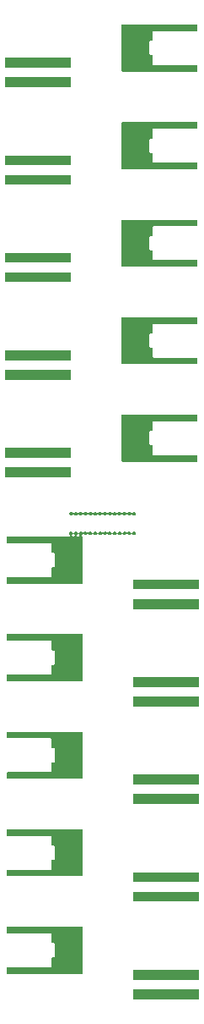
<source format=gbr>
G04 #@! TF.GenerationSoftware,KiCad,Pcbnew,(5.0.2)-1*
G04 #@! TF.CreationDate,2019-09-04T12:36:58-04:00*
G04 #@! TF.ProjectId,MMCX_2DD-100P_Both,4d4d4358-5f32-4444-942d-313030505f42,rev?*
G04 #@! TF.SameCoordinates,Original*
G04 #@! TF.FileFunction,Soldermask,Bot*
G04 #@! TF.FilePolarity,Negative*
%FSLAX46Y46*%
G04 Gerber Fmt 4.6, Leading zero omitted, Abs format (unit mm)*
G04 Created by KiCad (PCBNEW (5.0.2)-1) date 9/4/2019 12:36:58 PM*
%MOMM*%
%LPD*%
G01*
G04 APERTURE LIST*
%ADD10C,0.100000*%
G04 APERTURE END LIST*
D10*
G36*
X93661440Y-147300130D02*
X87082440Y-147300130D01*
X87082440Y-146314210D01*
X93661440Y-146314210D01*
X93661440Y-147300130D01*
X93661440Y-147300130D01*
G37*
G36*
X93661440Y-145348420D02*
X87082440Y-145348420D01*
X87082440Y-144362500D01*
X93661440Y-144362500D01*
X93661440Y-145348420D01*
X93661440Y-145348420D01*
G37*
G36*
X81933789Y-140065573D02*
X81943401Y-140068489D01*
X81952259Y-140073224D01*
X81960027Y-140079599D01*
X81966402Y-140087367D01*
X81971137Y-140096225D01*
X81974053Y-140105837D01*
X81975642Y-140121976D01*
X81975642Y-141634996D01*
X81974053Y-141651135D01*
X81972137Y-141657450D01*
X81967356Y-141681484D01*
X81967356Y-141705988D01*
X81972136Y-141730021D01*
X81974790Y-141736428D01*
X81974790Y-143094977D01*
X81969156Y-143113550D01*
X81966754Y-143137936D01*
X81969156Y-143162322D01*
X81972137Y-143174222D01*
X81974053Y-143180537D01*
X81975642Y-143196676D01*
X81975642Y-144709696D01*
X81974053Y-144725835D01*
X81971137Y-144735447D01*
X81966402Y-144744305D01*
X81960027Y-144752073D01*
X81952259Y-144758448D01*
X81943401Y-144763183D01*
X81933789Y-144766099D01*
X81917650Y-144767688D01*
X74429930Y-144767688D01*
X74413791Y-144766099D01*
X74404179Y-144763183D01*
X74395321Y-144758448D01*
X74387553Y-144752073D01*
X74381178Y-144744305D01*
X74376443Y-144735447D01*
X74373527Y-144725835D01*
X74371938Y-144709696D01*
X74371938Y-144171976D01*
X74373527Y-144155837D01*
X74376443Y-144146225D01*
X74381178Y-144137367D01*
X74387553Y-144129599D01*
X74395321Y-144123224D01*
X74404179Y-144118489D01*
X74413791Y-144115573D01*
X74429930Y-144113984D01*
X78746938Y-144113984D01*
X78771324Y-144111582D01*
X78794773Y-144104469D01*
X78816384Y-144092918D01*
X78835326Y-144077372D01*
X78850872Y-144058430D01*
X78862423Y-144036819D01*
X78869536Y-144013370D01*
X78871938Y-143988984D01*
X78871938Y-143196676D01*
X78873527Y-143180537D01*
X78876443Y-143170925D01*
X78881178Y-143162067D01*
X78887553Y-143154299D01*
X78895321Y-143147924D01*
X78904179Y-143143189D01*
X78913791Y-143140273D01*
X78929930Y-143138684D01*
X79052590Y-143138684D01*
X79076976Y-143136282D01*
X79100425Y-143129169D01*
X79122036Y-143117618D01*
X79140978Y-143102072D01*
X79156524Y-143083130D01*
X79168075Y-143061519D01*
X79175188Y-143038070D01*
X79177590Y-143013684D01*
X79177590Y-141817988D01*
X79175188Y-141793602D01*
X79168075Y-141770153D01*
X79156524Y-141748542D01*
X79140978Y-141729600D01*
X79122036Y-141714054D01*
X79100425Y-141702503D01*
X79076976Y-141695390D01*
X79052590Y-141692988D01*
X78929930Y-141692988D01*
X78913791Y-141691399D01*
X78904179Y-141688483D01*
X78895321Y-141683748D01*
X78887553Y-141677373D01*
X78881178Y-141669605D01*
X78876443Y-141660747D01*
X78873527Y-141651135D01*
X78871938Y-141634996D01*
X78871938Y-140842688D01*
X78869536Y-140818302D01*
X78862423Y-140794853D01*
X78850872Y-140773242D01*
X78835326Y-140754300D01*
X78816384Y-140738754D01*
X78794773Y-140727203D01*
X78771324Y-140720090D01*
X78746938Y-140717688D01*
X74429930Y-140717688D01*
X74413791Y-140716099D01*
X74404179Y-140713183D01*
X74395321Y-140708448D01*
X74387553Y-140702073D01*
X74381178Y-140694305D01*
X74376443Y-140685447D01*
X74373527Y-140675835D01*
X74371938Y-140659696D01*
X74371938Y-140121976D01*
X74373527Y-140105837D01*
X74376443Y-140096225D01*
X74381178Y-140087367D01*
X74387553Y-140079599D01*
X74395321Y-140073224D01*
X74404179Y-140068489D01*
X74413791Y-140065573D01*
X74429930Y-140063984D01*
X81917650Y-140063984D01*
X81933789Y-140065573D01*
X81933789Y-140065573D01*
G37*
G36*
X93661440Y-137541613D02*
X87082440Y-137541613D01*
X87082440Y-136555693D01*
X93661440Y-136555693D01*
X93661440Y-137541613D01*
X93661440Y-137541613D01*
G37*
G36*
X93661440Y-135589903D02*
X87082440Y-135589903D01*
X87082440Y-134603983D01*
X93661440Y-134603983D01*
X93661440Y-135589903D01*
X93661440Y-135589903D01*
G37*
G36*
X81933789Y-130307053D02*
X81943401Y-130309969D01*
X81952259Y-130314704D01*
X81960027Y-130321079D01*
X81966402Y-130328847D01*
X81971137Y-130337705D01*
X81974053Y-130347317D01*
X81975642Y-130363456D01*
X81975642Y-131876476D01*
X81974053Y-131892615D01*
X81972137Y-131898930D01*
X81967356Y-131922964D01*
X81967356Y-131947468D01*
X81972136Y-131971501D01*
X81974790Y-131977908D01*
X81974790Y-133336457D01*
X81969156Y-133355030D01*
X81966754Y-133379416D01*
X81969156Y-133403802D01*
X81972137Y-133415702D01*
X81974053Y-133422017D01*
X81975642Y-133438156D01*
X81975642Y-134951176D01*
X81974053Y-134967315D01*
X81971137Y-134976927D01*
X81966402Y-134985785D01*
X81960027Y-134993553D01*
X81952259Y-134999928D01*
X81943401Y-135004663D01*
X81933789Y-135007579D01*
X81917650Y-135009168D01*
X74429930Y-135009168D01*
X74413791Y-135007579D01*
X74404179Y-135004663D01*
X74395321Y-134999928D01*
X74387553Y-134993553D01*
X74381178Y-134985785D01*
X74376443Y-134976927D01*
X74373527Y-134967315D01*
X74371938Y-134951176D01*
X74371938Y-134413456D01*
X74373527Y-134397317D01*
X74376443Y-134387705D01*
X74381178Y-134378847D01*
X74387553Y-134371079D01*
X74395321Y-134364704D01*
X74404179Y-134359969D01*
X74413791Y-134357053D01*
X74429930Y-134355464D01*
X78746938Y-134355464D01*
X78771324Y-134353062D01*
X78794773Y-134345949D01*
X78816384Y-134334398D01*
X78835326Y-134318852D01*
X78850872Y-134299910D01*
X78862423Y-134278299D01*
X78869536Y-134254850D01*
X78871938Y-134230464D01*
X78871938Y-133438156D01*
X78873527Y-133422017D01*
X78876443Y-133412405D01*
X78881178Y-133403547D01*
X78887553Y-133395779D01*
X78895321Y-133389404D01*
X78904179Y-133384669D01*
X78913791Y-133381753D01*
X78929930Y-133380164D01*
X79052590Y-133380164D01*
X79076976Y-133377762D01*
X79100425Y-133370649D01*
X79122036Y-133359098D01*
X79140978Y-133343552D01*
X79156524Y-133324610D01*
X79168075Y-133302999D01*
X79175188Y-133279550D01*
X79177590Y-133255164D01*
X79177590Y-132059468D01*
X79175188Y-132035082D01*
X79168075Y-132011633D01*
X79156524Y-131990022D01*
X79140978Y-131971080D01*
X79122036Y-131955534D01*
X79100425Y-131943983D01*
X79076976Y-131936870D01*
X79052590Y-131934468D01*
X78929930Y-131934468D01*
X78913791Y-131932879D01*
X78904179Y-131929963D01*
X78895321Y-131925228D01*
X78887553Y-131918853D01*
X78881178Y-131911085D01*
X78876443Y-131902227D01*
X78873527Y-131892615D01*
X78871938Y-131876476D01*
X78871938Y-131084168D01*
X78869536Y-131059782D01*
X78862423Y-131036333D01*
X78850872Y-131014722D01*
X78835326Y-130995780D01*
X78816384Y-130980234D01*
X78794773Y-130968683D01*
X78771324Y-130961570D01*
X78746938Y-130959168D01*
X74429930Y-130959168D01*
X74413791Y-130957579D01*
X74404179Y-130954663D01*
X74395321Y-130949928D01*
X74387553Y-130943553D01*
X74381178Y-130935785D01*
X74376443Y-130926927D01*
X74373527Y-130917315D01*
X74371938Y-130901176D01*
X74371938Y-130363456D01*
X74373527Y-130347317D01*
X74376443Y-130337705D01*
X74381178Y-130328847D01*
X74387553Y-130321079D01*
X74395321Y-130314704D01*
X74404179Y-130309969D01*
X74413791Y-130307053D01*
X74429930Y-130305464D01*
X81917650Y-130305464D01*
X81933789Y-130307053D01*
X81933789Y-130307053D01*
G37*
G36*
X93661440Y-127783090D02*
X87082440Y-127783090D01*
X87082440Y-126797170D01*
X93661440Y-126797170D01*
X93661440Y-127783090D01*
X93661440Y-127783090D01*
G37*
G36*
X93661440Y-125831380D02*
X87082440Y-125831380D01*
X87082440Y-124845460D01*
X93661440Y-124845460D01*
X93661440Y-125831380D01*
X93661440Y-125831380D01*
G37*
G36*
X81933789Y-120548533D02*
X81943401Y-120551449D01*
X81952259Y-120556184D01*
X81960027Y-120562559D01*
X81966402Y-120570327D01*
X81971137Y-120579185D01*
X81974053Y-120588797D01*
X81975642Y-120604936D01*
X81975642Y-122117956D01*
X81974053Y-122134095D01*
X81972137Y-122140410D01*
X81967356Y-122164444D01*
X81967356Y-122188948D01*
X81972136Y-122212981D01*
X81974790Y-122219388D01*
X81974790Y-123577937D01*
X81969156Y-123596510D01*
X81966754Y-123620896D01*
X81969156Y-123645282D01*
X81972137Y-123657182D01*
X81974053Y-123663497D01*
X81975642Y-123679636D01*
X81975642Y-125192656D01*
X81974053Y-125208795D01*
X81971137Y-125218407D01*
X81966402Y-125227265D01*
X81960027Y-125235033D01*
X81952259Y-125241408D01*
X81943401Y-125246143D01*
X81933789Y-125249059D01*
X81917650Y-125250648D01*
X74429930Y-125250648D01*
X74413791Y-125249059D01*
X74404179Y-125246143D01*
X74395321Y-125241408D01*
X74387553Y-125235033D01*
X74381178Y-125227265D01*
X74376443Y-125218407D01*
X74373527Y-125208795D01*
X74371938Y-125192656D01*
X74371938Y-124654936D01*
X74373527Y-124638797D01*
X74376443Y-124629185D01*
X74381178Y-124620327D01*
X74387553Y-124612559D01*
X74395321Y-124606184D01*
X74404179Y-124601449D01*
X74413791Y-124598533D01*
X74429930Y-124596944D01*
X78746938Y-124596944D01*
X78771324Y-124594542D01*
X78794773Y-124587429D01*
X78816384Y-124575878D01*
X78835326Y-124560332D01*
X78850872Y-124541390D01*
X78862423Y-124519779D01*
X78869536Y-124496330D01*
X78871938Y-124471944D01*
X78871938Y-123679636D01*
X78873527Y-123663497D01*
X78876443Y-123653885D01*
X78881178Y-123645027D01*
X78887553Y-123637259D01*
X78895321Y-123630884D01*
X78904179Y-123626149D01*
X78913791Y-123623233D01*
X78929930Y-123621644D01*
X79052590Y-123621644D01*
X79076976Y-123619242D01*
X79100425Y-123612129D01*
X79122036Y-123600578D01*
X79140978Y-123585032D01*
X79156524Y-123566090D01*
X79168075Y-123544479D01*
X79175188Y-123521030D01*
X79177590Y-123496644D01*
X79177590Y-122300948D01*
X79175188Y-122276562D01*
X79168075Y-122253113D01*
X79156524Y-122231502D01*
X79140978Y-122212560D01*
X79122036Y-122197014D01*
X79100425Y-122185463D01*
X79076976Y-122178350D01*
X79052590Y-122175948D01*
X78929930Y-122175948D01*
X78913791Y-122174359D01*
X78904179Y-122171443D01*
X78895321Y-122166708D01*
X78887553Y-122160333D01*
X78881178Y-122152565D01*
X78876443Y-122143707D01*
X78873527Y-122134095D01*
X78871938Y-122117956D01*
X78871938Y-121325648D01*
X78869536Y-121301262D01*
X78862423Y-121277813D01*
X78850872Y-121256202D01*
X78835326Y-121237260D01*
X78816384Y-121221714D01*
X78794773Y-121210163D01*
X78771324Y-121203050D01*
X78746938Y-121200648D01*
X74429930Y-121200648D01*
X74413791Y-121199059D01*
X74404179Y-121196143D01*
X74395321Y-121191408D01*
X74387553Y-121185033D01*
X74381178Y-121177265D01*
X74376443Y-121168407D01*
X74373527Y-121158795D01*
X74371938Y-121142656D01*
X74371938Y-120604936D01*
X74373527Y-120588797D01*
X74376443Y-120579185D01*
X74381178Y-120570327D01*
X74387553Y-120562559D01*
X74395321Y-120556184D01*
X74404179Y-120551449D01*
X74413791Y-120548533D01*
X74429930Y-120546944D01*
X81917650Y-120546944D01*
X81933789Y-120548533D01*
X81933789Y-120548533D01*
G37*
G36*
X93661440Y-118024570D02*
X87082440Y-118024570D01*
X87082440Y-117038650D01*
X93661440Y-117038650D01*
X93661440Y-118024570D01*
X93661440Y-118024570D01*
G37*
G36*
X93661440Y-116072860D02*
X87082440Y-116072860D01*
X87082440Y-115086940D01*
X93661440Y-115086940D01*
X93661440Y-116072860D01*
X93661440Y-116072860D01*
G37*
G36*
X81933789Y-110790013D02*
X81943401Y-110792929D01*
X81952259Y-110797664D01*
X81960027Y-110804039D01*
X81966402Y-110811807D01*
X81971137Y-110820665D01*
X81974053Y-110830277D01*
X81975642Y-110846416D01*
X81975642Y-112359436D01*
X81974053Y-112375575D01*
X81972137Y-112381890D01*
X81967356Y-112405924D01*
X81967356Y-112430428D01*
X81972136Y-112454461D01*
X81974790Y-112460868D01*
X81974790Y-113819417D01*
X81969156Y-113837990D01*
X81966754Y-113862376D01*
X81969156Y-113886762D01*
X81972137Y-113898662D01*
X81974053Y-113904977D01*
X81975642Y-113921116D01*
X81975642Y-115434136D01*
X81974053Y-115450275D01*
X81971137Y-115459887D01*
X81966402Y-115468745D01*
X81960027Y-115476513D01*
X81952259Y-115482888D01*
X81943401Y-115487623D01*
X81933789Y-115490539D01*
X81917650Y-115492128D01*
X74429930Y-115492128D01*
X74413791Y-115490539D01*
X74404179Y-115487623D01*
X74395321Y-115482888D01*
X74387553Y-115476513D01*
X74381178Y-115468745D01*
X74376443Y-115459887D01*
X74373527Y-115450275D01*
X74371938Y-115434136D01*
X74371938Y-114896416D01*
X74373527Y-114880277D01*
X74376443Y-114870665D01*
X74381178Y-114861807D01*
X74387553Y-114854039D01*
X74395321Y-114847664D01*
X74404179Y-114842929D01*
X74413791Y-114840013D01*
X74429930Y-114838424D01*
X78746938Y-114838424D01*
X78771324Y-114836022D01*
X78794773Y-114828909D01*
X78816384Y-114817358D01*
X78835326Y-114801812D01*
X78850872Y-114782870D01*
X78862423Y-114761259D01*
X78869536Y-114737810D01*
X78871938Y-114713424D01*
X78871938Y-113921116D01*
X78873527Y-113904977D01*
X78876443Y-113895365D01*
X78881178Y-113886507D01*
X78887553Y-113878739D01*
X78895321Y-113872364D01*
X78904179Y-113867629D01*
X78913791Y-113864713D01*
X78929930Y-113863124D01*
X79052590Y-113863124D01*
X79076976Y-113860722D01*
X79100425Y-113853609D01*
X79122036Y-113842058D01*
X79140978Y-113826512D01*
X79156524Y-113807570D01*
X79168075Y-113785959D01*
X79175188Y-113762510D01*
X79177590Y-113738124D01*
X79177590Y-112542428D01*
X79175188Y-112518042D01*
X79168075Y-112494593D01*
X79156524Y-112472982D01*
X79140978Y-112454040D01*
X79122036Y-112438494D01*
X79100425Y-112426943D01*
X79076976Y-112419830D01*
X79052590Y-112417428D01*
X78929930Y-112417428D01*
X78913791Y-112415839D01*
X78904179Y-112412923D01*
X78895321Y-112408188D01*
X78887553Y-112401813D01*
X78881178Y-112394045D01*
X78876443Y-112385187D01*
X78873527Y-112375575D01*
X78871938Y-112359436D01*
X78871938Y-111567128D01*
X78869536Y-111542742D01*
X78862423Y-111519293D01*
X78850872Y-111497682D01*
X78835326Y-111478740D01*
X78816384Y-111463194D01*
X78794773Y-111451643D01*
X78771324Y-111444530D01*
X78746938Y-111442128D01*
X74429930Y-111442128D01*
X74413791Y-111440539D01*
X74404179Y-111437623D01*
X74395321Y-111432888D01*
X74387553Y-111426513D01*
X74381178Y-111418745D01*
X74376443Y-111409887D01*
X74373527Y-111400275D01*
X74371938Y-111384136D01*
X74371938Y-110846416D01*
X74373527Y-110830277D01*
X74376443Y-110820665D01*
X74381178Y-110811807D01*
X74387553Y-110804039D01*
X74395321Y-110797664D01*
X74404179Y-110792929D01*
X74413791Y-110790013D01*
X74429930Y-110788424D01*
X81917650Y-110788424D01*
X81933789Y-110790013D01*
X81933789Y-110790013D01*
G37*
G36*
X93661440Y-108266050D02*
X87082440Y-108266050D01*
X87082440Y-107280130D01*
X93661440Y-107280130D01*
X93661440Y-108266050D01*
X93661440Y-108266050D01*
G37*
G36*
X93661440Y-106314340D02*
X87082440Y-106314340D01*
X87082440Y-105328420D01*
X93661440Y-105328420D01*
X93661440Y-106314340D01*
X93661440Y-106314340D01*
G37*
G36*
X80856430Y-100537611D02*
X80856432Y-100537612D01*
X80856433Y-100537612D01*
X80863770Y-100540651D01*
X80888828Y-100551030D01*
X80917981Y-100570510D01*
X80942773Y-100595302D01*
X80944541Y-100597948D01*
X80960086Y-100616891D01*
X80979028Y-100632436D01*
X81000639Y-100643988D01*
X81024088Y-100651101D01*
X81048474Y-100653503D01*
X81072860Y-100651101D01*
X81096310Y-100643988D01*
X81117920Y-100632437D01*
X81136863Y-100616892D01*
X81152409Y-100597948D01*
X81154177Y-100595302D01*
X81178969Y-100570510D01*
X81208122Y-100551030D01*
X81233180Y-100540651D01*
X81240517Y-100537612D01*
X81240518Y-100537612D01*
X81240520Y-100537611D01*
X81274905Y-100530771D01*
X81309971Y-100530771D01*
X81344356Y-100537611D01*
X81344358Y-100537612D01*
X81344359Y-100537612D01*
X81351696Y-100540651D01*
X81376754Y-100551030D01*
X81405907Y-100570510D01*
X81430699Y-100595302D01*
X81432467Y-100597948D01*
X81448012Y-100616891D01*
X81466954Y-100632436D01*
X81488565Y-100643988D01*
X81512014Y-100651101D01*
X81536400Y-100653503D01*
X81560786Y-100651101D01*
X81584236Y-100643988D01*
X81605846Y-100632437D01*
X81624789Y-100616892D01*
X81640335Y-100597948D01*
X81642103Y-100595302D01*
X81666895Y-100570510D01*
X81696048Y-100551030D01*
X81721106Y-100540651D01*
X81728443Y-100537612D01*
X81728444Y-100537612D01*
X81728446Y-100537611D01*
X81762831Y-100530771D01*
X81797897Y-100530771D01*
X81832282Y-100537611D01*
X81832284Y-100537612D01*
X81832285Y-100537612D01*
X81839622Y-100540651D01*
X81864680Y-100551030D01*
X81893833Y-100570510D01*
X81918625Y-100595302D01*
X81920393Y-100597948D01*
X81935938Y-100616891D01*
X81954880Y-100632436D01*
X81976491Y-100643988D01*
X81999940Y-100651101D01*
X82024326Y-100653503D01*
X82048712Y-100651101D01*
X82072162Y-100643988D01*
X82093772Y-100632437D01*
X82112715Y-100616892D01*
X82128261Y-100597948D01*
X82130029Y-100595302D01*
X82154821Y-100570510D01*
X82183974Y-100551030D01*
X82209032Y-100540651D01*
X82216369Y-100537612D01*
X82216370Y-100537612D01*
X82216372Y-100537611D01*
X82250757Y-100530771D01*
X82285823Y-100530771D01*
X82320208Y-100537611D01*
X82320210Y-100537612D01*
X82320211Y-100537612D01*
X82327548Y-100540651D01*
X82352606Y-100551030D01*
X82381759Y-100570510D01*
X82406551Y-100595302D01*
X82408319Y-100597948D01*
X82423864Y-100616891D01*
X82442806Y-100632436D01*
X82464417Y-100643988D01*
X82487866Y-100651101D01*
X82512252Y-100653503D01*
X82536638Y-100651101D01*
X82560088Y-100643988D01*
X82581698Y-100632437D01*
X82600641Y-100616892D01*
X82616187Y-100597948D01*
X82617955Y-100595302D01*
X82642747Y-100570510D01*
X82671900Y-100551030D01*
X82696958Y-100540651D01*
X82704295Y-100537612D01*
X82704296Y-100537612D01*
X82704298Y-100537611D01*
X82738683Y-100530771D01*
X82773749Y-100530771D01*
X82808134Y-100537611D01*
X82808136Y-100537612D01*
X82808137Y-100537612D01*
X82815474Y-100540651D01*
X82840532Y-100551030D01*
X82869685Y-100570510D01*
X82894477Y-100595302D01*
X82896245Y-100597948D01*
X82911790Y-100616891D01*
X82930732Y-100632436D01*
X82952343Y-100643988D01*
X82975792Y-100651101D01*
X83000178Y-100653503D01*
X83024564Y-100651101D01*
X83048014Y-100643988D01*
X83069624Y-100632437D01*
X83088567Y-100616892D01*
X83104113Y-100597948D01*
X83105881Y-100595302D01*
X83130673Y-100570510D01*
X83159826Y-100551030D01*
X83184884Y-100540651D01*
X83192221Y-100537612D01*
X83192222Y-100537612D01*
X83192224Y-100537611D01*
X83226609Y-100530771D01*
X83261675Y-100530771D01*
X83296060Y-100537611D01*
X83296062Y-100537612D01*
X83296063Y-100537612D01*
X83303400Y-100540651D01*
X83328458Y-100551030D01*
X83357611Y-100570510D01*
X83382403Y-100595302D01*
X83384171Y-100597948D01*
X83399716Y-100616891D01*
X83418658Y-100632436D01*
X83440269Y-100643988D01*
X83463718Y-100651101D01*
X83488104Y-100653503D01*
X83512490Y-100651101D01*
X83535940Y-100643988D01*
X83557550Y-100632437D01*
X83576493Y-100616892D01*
X83592039Y-100597948D01*
X83593807Y-100595302D01*
X83618599Y-100570510D01*
X83647752Y-100551030D01*
X83672810Y-100540651D01*
X83680147Y-100537612D01*
X83680148Y-100537612D01*
X83680150Y-100537611D01*
X83714535Y-100530771D01*
X83749601Y-100530771D01*
X83783986Y-100537611D01*
X83783988Y-100537612D01*
X83783989Y-100537612D01*
X83791326Y-100540651D01*
X83816384Y-100551030D01*
X83845537Y-100570510D01*
X83870329Y-100595302D01*
X83872097Y-100597948D01*
X83887642Y-100616891D01*
X83906584Y-100632436D01*
X83928195Y-100643988D01*
X83951644Y-100651101D01*
X83976030Y-100653503D01*
X84000416Y-100651101D01*
X84023866Y-100643988D01*
X84045476Y-100632437D01*
X84064419Y-100616892D01*
X84079965Y-100597948D01*
X84081733Y-100595302D01*
X84106525Y-100570510D01*
X84135678Y-100551030D01*
X84160736Y-100540651D01*
X84168073Y-100537612D01*
X84168074Y-100537612D01*
X84168076Y-100537611D01*
X84202461Y-100530771D01*
X84237527Y-100530771D01*
X84271912Y-100537611D01*
X84271914Y-100537612D01*
X84271915Y-100537612D01*
X84279252Y-100540651D01*
X84304310Y-100551030D01*
X84333463Y-100570510D01*
X84358255Y-100595302D01*
X84360023Y-100597948D01*
X84375568Y-100616891D01*
X84394510Y-100632436D01*
X84416121Y-100643988D01*
X84439570Y-100651101D01*
X84463956Y-100653503D01*
X84488342Y-100651101D01*
X84511792Y-100643988D01*
X84533402Y-100632437D01*
X84552345Y-100616892D01*
X84567891Y-100597948D01*
X84569659Y-100595302D01*
X84594451Y-100570510D01*
X84623604Y-100551030D01*
X84648662Y-100540651D01*
X84655999Y-100537612D01*
X84656000Y-100537612D01*
X84656002Y-100537611D01*
X84690387Y-100530771D01*
X84725453Y-100530771D01*
X84759838Y-100537611D01*
X84759840Y-100537612D01*
X84759841Y-100537612D01*
X84767178Y-100540651D01*
X84792236Y-100551030D01*
X84821389Y-100570510D01*
X84846181Y-100595302D01*
X84847949Y-100597948D01*
X84863494Y-100616891D01*
X84882436Y-100632436D01*
X84904047Y-100643988D01*
X84927496Y-100651101D01*
X84951882Y-100653503D01*
X84976268Y-100651101D01*
X84999718Y-100643988D01*
X85021328Y-100632437D01*
X85040271Y-100616892D01*
X85055817Y-100597948D01*
X85057585Y-100595302D01*
X85082377Y-100570510D01*
X85111530Y-100551030D01*
X85136588Y-100540651D01*
X85143925Y-100537612D01*
X85143926Y-100537612D01*
X85143928Y-100537611D01*
X85178313Y-100530771D01*
X85213379Y-100530771D01*
X85247764Y-100537611D01*
X85247766Y-100537612D01*
X85247767Y-100537612D01*
X85255104Y-100540651D01*
X85280162Y-100551030D01*
X85309315Y-100570510D01*
X85334107Y-100595302D01*
X85335875Y-100597948D01*
X85351420Y-100616891D01*
X85370362Y-100632436D01*
X85391973Y-100643988D01*
X85415422Y-100651101D01*
X85439808Y-100653503D01*
X85464194Y-100651101D01*
X85487644Y-100643988D01*
X85509254Y-100632437D01*
X85528197Y-100616892D01*
X85543743Y-100597948D01*
X85545511Y-100595302D01*
X85570303Y-100570510D01*
X85599456Y-100551030D01*
X85624514Y-100540651D01*
X85631851Y-100537612D01*
X85631852Y-100537612D01*
X85631854Y-100537611D01*
X85666239Y-100530771D01*
X85701305Y-100530771D01*
X85735690Y-100537611D01*
X85735692Y-100537612D01*
X85735693Y-100537612D01*
X85743030Y-100540651D01*
X85768088Y-100551030D01*
X85797241Y-100570510D01*
X85822033Y-100595302D01*
X85823801Y-100597948D01*
X85839346Y-100616891D01*
X85858288Y-100632436D01*
X85879899Y-100643988D01*
X85903348Y-100651101D01*
X85927734Y-100653503D01*
X85952120Y-100651101D01*
X85975570Y-100643988D01*
X85997180Y-100632437D01*
X86016123Y-100616892D01*
X86031669Y-100597948D01*
X86033437Y-100595302D01*
X86058229Y-100570510D01*
X86087382Y-100551030D01*
X86112440Y-100540651D01*
X86119777Y-100537612D01*
X86119778Y-100537612D01*
X86119780Y-100537611D01*
X86154165Y-100530771D01*
X86189231Y-100530771D01*
X86223616Y-100537611D01*
X86223618Y-100537612D01*
X86223619Y-100537612D01*
X86230956Y-100540651D01*
X86256014Y-100551030D01*
X86285167Y-100570510D01*
X86309959Y-100595302D01*
X86311727Y-100597948D01*
X86327272Y-100616891D01*
X86346214Y-100632436D01*
X86367825Y-100643988D01*
X86391274Y-100651101D01*
X86415660Y-100653503D01*
X86440046Y-100651101D01*
X86463496Y-100643988D01*
X86485106Y-100632437D01*
X86504049Y-100616892D01*
X86519595Y-100597948D01*
X86521363Y-100595302D01*
X86546155Y-100570510D01*
X86575308Y-100551030D01*
X86600366Y-100540651D01*
X86607703Y-100537612D01*
X86607704Y-100537612D01*
X86607706Y-100537611D01*
X86642091Y-100530771D01*
X86677157Y-100530771D01*
X86711542Y-100537611D01*
X86711544Y-100537612D01*
X86711545Y-100537612D01*
X86718882Y-100540651D01*
X86743940Y-100551030D01*
X86773093Y-100570510D01*
X86797885Y-100595302D01*
X86799653Y-100597948D01*
X86815198Y-100616891D01*
X86834140Y-100632436D01*
X86855751Y-100643988D01*
X86879200Y-100651101D01*
X86903586Y-100653503D01*
X86927972Y-100651101D01*
X86951422Y-100643988D01*
X86973032Y-100632437D01*
X86991975Y-100616892D01*
X87007521Y-100597948D01*
X87009289Y-100595302D01*
X87034081Y-100570510D01*
X87063234Y-100551030D01*
X87088292Y-100540651D01*
X87095629Y-100537612D01*
X87095630Y-100537612D01*
X87095632Y-100537611D01*
X87130017Y-100530771D01*
X87165083Y-100530771D01*
X87199468Y-100537611D01*
X87199470Y-100537612D01*
X87199471Y-100537612D01*
X87206808Y-100540651D01*
X87231866Y-100551030D01*
X87261019Y-100570510D01*
X87285811Y-100595302D01*
X87305291Y-100624455D01*
X87308597Y-100632437D01*
X87318709Y-100656850D01*
X87325550Y-100691240D01*
X87325550Y-100726302D01*
X87318709Y-100760692D01*
X87316328Y-100766441D01*
X87305291Y-100793087D01*
X87285811Y-100822240D01*
X87261019Y-100847032D01*
X87231866Y-100866512D01*
X87206808Y-100876891D01*
X87199471Y-100879930D01*
X87199470Y-100879930D01*
X87199468Y-100879931D01*
X87165083Y-100886771D01*
X87130017Y-100886771D01*
X87095632Y-100879931D01*
X87095630Y-100879930D01*
X87095629Y-100879930D01*
X87088292Y-100876891D01*
X87063234Y-100866512D01*
X87034081Y-100847032D01*
X87009289Y-100822240D01*
X87007521Y-100819594D01*
X86991976Y-100800651D01*
X86973034Y-100785106D01*
X86951423Y-100773554D01*
X86927974Y-100766441D01*
X86903588Y-100764039D01*
X86879202Y-100766441D01*
X86855752Y-100773554D01*
X86834142Y-100785105D01*
X86815199Y-100800650D01*
X86799653Y-100819594D01*
X86797885Y-100822240D01*
X86773093Y-100847032D01*
X86743940Y-100866512D01*
X86718882Y-100876891D01*
X86711545Y-100879930D01*
X86711544Y-100879930D01*
X86711542Y-100879931D01*
X86677157Y-100886771D01*
X86642091Y-100886771D01*
X86607706Y-100879931D01*
X86607704Y-100879930D01*
X86607703Y-100879930D01*
X86600366Y-100876891D01*
X86575308Y-100866512D01*
X86546155Y-100847032D01*
X86521363Y-100822240D01*
X86519595Y-100819594D01*
X86504050Y-100800651D01*
X86485108Y-100785106D01*
X86463497Y-100773554D01*
X86440048Y-100766441D01*
X86415662Y-100764039D01*
X86391276Y-100766441D01*
X86367826Y-100773554D01*
X86346216Y-100785105D01*
X86327273Y-100800650D01*
X86311727Y-100819594D01*
X86309959Y-100822240D01*
X86285167Y-100847032D01*
X86256014Y-100866512D01*
X86230956Y-100876891D01*
X86223619Y-100879930D01*
X86223618Y-100879930D01*
X86223616Y-100879931D01*
X86189231Y-100886771D01*
X86154165Y-100886771D01*
X86119780Y-100879931D01*
X86119778Y-100879930D01*
X86119777Y-100879930D01*
X86112440Y-100876891D01*
X86087382Y-100866512D01*
X86058229Y-100847032D01*
X86033437Y-100822240D01*
X86031669Y-100819594D01*
X86016124Y-100800651D01*
X85997182Y-100785106D01*
X85975571Y-100773554D01*
X85952122Y-100766441D01*
X85927736Y-100764039D01*
X85903350Y-100766441D01*
X85879900Y-100773554D01*
X85858290Y-100785105D01*
X85839347Y-100800650D01*
X85823801Y-100819594D01*
X85822033Y-100822240D01*
X85797241Y-100847032D01*
X85768088Y-100866512D01*
X85743030Y-100876891D01*
X85735693Y-100879930D01*
X85735692Y-100879930D01*
X85735690Y-100879931D01*
X85701305Y-100886771D01*
X85666239Y-100886771D01*
X85631854Y-100879931D01*
X85631852Y-100879930D01*
X85631851Y-100879930D01*
X85624514Y-100876891D01*
X85599456Y-100866512D01*
X85570303Y-100847032D01*
X85545511Y-100822240D01*
X85543743Y-100819594D01*
X85528198Y-100800651D01*
X85509256Y-100785106D01*
X85487645Y-100773554D01*
X85464196Y-100766441D01*
X85439810Y-100764039D01*
X85415424Y-100766441D01*
X85391974Y-100773554D01*
X85370364Y-100785105D01*
X85351421Y-100800650D01*
X85335875Y-100819594D01*
X85334107Y-100822240D01*
X85309315Y-100847032D01*
X85280162Y-100866512D01*
X85255104Y-100876891D01*
X85247767Y-100879930D01*
X85247766Y-100879930D01*
X85247764Y-100879931D01*
X85213379Y-100886771D01*
X85178313Y-100886771D01*
X85143928Y-100879931D01*
X85143926Y-100879930D01*
X85143925Y-100879930D01*
X85136588Y-100876891D01*
X85111530Y-100866512D01*
X85082377Y-100847032D01*
X85057585Y-100822240D01*
X85055817Y-100819594D01*
X85040272Y-100800651D01*
X85021330Y-100785106D01*
X84999719Y-100773554D01*
X84976270Y-100766441D01*
X84951884Y-100764039D01*
X84927498Y-100766441D01*
X84904048Y-100773554D01*
X84882438Y-100785105D01*
X84863495Y-100800650D01*
X84847949Y-100819594D01*
X84846181Y-100822240D01*
X84821389Y-100847032D01*
X84792236Y-100866512D01*
X84767178Y-100876891D01*
X84759841Y-100879930D01*
X84759840Y-100879930D01*
X84759838Y-100879931D01*
X84725453Y-100886771D01*
X84690387Y-100886771D01*
X84656002Y-100879931D01*
X84656000Y-100879930D01*
X84655999Y-100879930D01*
X84648662Y-100876891D01*
X84623604Y-100866512D01*
X84594451Y-100847032D01*
X84569659Y-100822240D01*
X84567891Y-100819594D01*
X84552346Y-100800651D01*
X84533404Y-100785106D01*
X84511793Y-100773554D01*
X84488344Y-100766441D01*
X84463958Y-100764039D01*
X84439572Y-100766441D01*
X84416122Y-100773554D01*
X84394512Y-100785105D01*
X84375569Y-100800650D01*
X84360023Y-100819594D01*
X84358255Y-100822240D01*
X84333463Y-100847032D01*
X84304310Y-100866512D01*
X84279252Y-100876891D01*
X84271915Y-100879930D01*
X84271914Y-100879930D01*
X84271912Y-100879931D01*
X84237527Y-100886771D01*
X84202461Y-100886771D01*
X84168076Y-100879931D01*
X84168074Y-100879930D01*
X84168073Y-100879930D01*
X84160736Y-100876891D01*
X84135678Y-100866512D01*
X84106525Y-100847032D01*
X84081733Y-100822240D01*
X84079965Y-100819594D01*
X84064420Y-100800651D01*
X84045478Y-100785106D01*
X84023867Y-100773554D01*
X84000418Y-100766441D01*
X83976032Y-100764039D01*
X83951646Y-100766441D01*
X83928196Y-100773554D01*
X83906586Y-100785105D01*
X83887643Y-100800650D01*
X83872097Y-100819594D01*
X83870329Y-100822240D01*
X83845537Y-100847032D01*
X83816384Y-100866512D01*
X83791326Y-100876891D01*
X83783989Y-100879930D01*
X83783988Y-100879930D01*
X83783986Y-100879931D01*
X83749601Y-100886771D01*
X83714535Y-100886771D01*
X83680150Y-100879931D01*
X83680148Y-100879930D01*
X83680147Y-100879930D01*
X83672810Y-100876891D01*
X83647752Y-100866512D01*
X83618599Y-100847032D01*
X83593807Y-100822240D01*
X83592039Y-100819594D01*
X83576494Y-100800651D01*
X83557552Y-100785106D01*
X83535941Y-100773554D01*
X83512492Y-100766441D01*
X83488106Y-100764039D01*
X83463720Y-100766441D01*
X83440270Y-100773554D01*
X83418660Y-100785105D01*
X83399717Y-100800650D01*
X83384171Y-100819594D01*
X83382403Y-100822240D01*
X83357611Y-100847032D01*
X83328458Y-100866512D01*
X83303400Y-100876891D01*
X83296063Y-100879930D01*
X83296062Y-100879930D01*
X83296060Y-100879931D01*
X83261675Y-100886771D01*
X83226609Y-100886771D01*
X83192224Y-100879931D01*
X83192222Y-100879930D01*
X83192221Y-100879930D01*
X83184884Y-100876891D01*
X83159826Y-100866512D01*
X83130673Y-100847032D01*
X83105881Y-100822240D01*
X83104113Y-100819594D01*
X83088568Y-100800651D01*
X83069626Y-100785106D01*
X83048015Y-100773554D01*
X83024566Y-100766441D01*
X83000180Y-100764039D01*
X82975794Y-100766441D01*
X82952344Y-100773554D01*
X82930734Y-100785105D01*
X82911791Y-100800650D01*
X82896245Y-100819594D01*
X82894477Y-100822240D01*
X82869685Y-100847032D01*
X82840532Y-100866512D01*
X82815474Y-100876891D01*
X82808137Y-100879930D01*
X82808136Y-100879930D01*
X82808134Y-100879931D01*
X82773749Y-100886771D01*
X82738683Y-100886771D01*
X82704298Y-100879931D01*
X82704296Y-100879930D01*
X82704295Y-100879930D01*
X82696958Y-100876891D01*
X82671900Y-100866512D01*
X82642747Y-100847032D01*
X82617955Y-100822240D01*
X82616187Y-100819594D01*
X82600642Y-100800651D01*
X82581700Y-100785106D01*
X82560089Y-100773554D01*
X82536640Y-100766441D01*
X82512254Y-100764039D01*
X82487868Y-100766441D01*
X82464418Y-100773554D01*
X82442808Y-100785105D01*
X82423865Y-100800650D01*
X82408319Y-100819594D01*
X82406551Y-100822240D01*
X82381759Y-100847032D01*
X82352606Y-100866512D01*
X82327548Y-100876891D01*
X82320211Y-100879930D01*
X82320210Y-100879930D01*
X82320208Y-100879931D01*
X82285823Y-100886771D01*
X82250757Y-100886771D01*
X82216372Y-100879931D01*
X82216370Y-100879930D01*
X82216369Y-100879930D01*
X82209032Y-100876891D01*
X82183974Y-100866512D01*
X82154821Y-100847032D01*
X82130029Y-100822240D01*
X82128261Y-100819594D01*
X82112716Y-100800651D01*
X82093774Y-100785106D01*
X82072163Y-100773554D01*
X82048714Y-100766441D01*
X82024328Y-100764039D01*
X81999942Y-100766441D01*
X81976492Y-100773554D01*
X81954882Y-100785105D01*
X81935939Y-100800650D01*
X81920393Y-100819594D01*
X81918625Y-100822240D01*
X81908168Y-100832697D01*
X81892622Y-100851639D01*
X81881071Y-100873250D01*
X81873958Y-100896699D01*
X81871556Y-100921085D01*
X81873958Y-100945471D01*
X81881071Y-100968920D01*
X81892622Y-100990531D01*
X81908168Y-101009473D01*
X81937630Y-101031324D01*
X81952258Y-101039143D01*
X81960027Y-101045519D01*
X81966402Y-101053287D01*
X81971137Y-101062145D01*
X81974053Y-101071757D01*
X81975642Y-101087896D01*
X81975642Y-102600916D01*
X81974053Y-102617055D01*
X81972137Y-102623370D01*
X81967356Y-102647404D01*
X81967356Y-102671908D01*
X81972136Y-102695941D01*
X81974790Y-102702348D01*
X81974790Y-104060897D01*
X81969156Y-104079470D01*
X81966754Y-104103856D01*
X81969156Y-104128242D01*
X81972137Y-104140142D01*
X81974053Y-104146457D01*
X81975642Y-104162596D01*
X81975642Y-105675616D01*
X81974053Y-105691755D01*
X81971137Y-105701367D01*
X81966402Y-105710225D01*
X81960027Y-105717993D01*
X81952259Y-105724368D01*
X81943401Y-105729103D01*
X81933789Y-105732019D01*
X81917650Y-105733608D01*
X74429930Y-105733608D01*
X74413791Y-105732019D01*
X74404179Y-105729103D01*
X74395321Y-105724368D01*
X74387553Y-105717993D01*
X74381178Y-105710225D01*
X74376443Y-105701367D01*
X74373527Y-105691755D01*
X74371938Y-105675616D01*
X74371938Y-105137896D01*
X74373527Y-105121757D01*
X74376443Y-105112145D01*
X74381178Y-105103287D01*
X74387553Y-105095519D01*
X74395321Y-105089144D01*
X74404179Y-105084409D01*
X74413791Y-105081493D01*
X74429930Y-105079904D01*
X78746938Y-105079904D01*
X78771324Y-105077502D01*
X78794773Y-105070389D01*
X78816384Y-105058838D01*
X78835326Y-105043292D01*
X78850872Y-105024350D01*
X78862423Y-105002739D01*
X78869536Y-104979290D01*
X78871938Y-104954904D01*
X78871938Y-104162596D01*
X78873527Y-104146457D01*
X78876443Y-104136845D01*
X78881178Y-104127987D01*
X78887553Y-104120219D01*
X78895321Y-104113844D01*
X78904179Y-104109109D01*
X78913791Y-104106193D01*
X78929930Y-104104604D01*
X79052590Y-104104604D01*
X79076976Y-104102202D01*
X79100425Y-104095089D01*
X79122036Y-104083538D01*
X79140978Y-104067992D01*
X79156524Y-104049050D01*
X79168075Y-104027439D01*
X79175188Y-104003990D01*
X79177590Y-103979604D01*
X79177590Y-102783908D01*
X79175188Y-102759522D01*
X79168075Y-102736073D01*
X79156524Y-102714462D01*
X79140978Y-102695520D01*
X79122036Y-102679974D01*
X79100425Y-102668423D01*
X79076976Y-102661310D01*
X79052590Y-102658908D01*
X78929930Y-102658908D01*
X78913791Y-102657319D01*
X78904179Y-102654403D01*
X78895321Y-102649668D01*
X78887553Y-102643293D01*
X78881178Y-102635525D01*
X78876443Y-102626667D01*
X78873527Y-102617055D01*
X78871938Y-102600916D01*
X78871938Y-101808608D01*
X78869536Y-101784222D01*
X78862423Y-101760773D01*
X78850872Y-101739162D01*
X78835326Y-101720220D01*
X78816384Y-101704674D01*
X78794773Y-101693123D01*
X78771324Y-101686010D01*
X78746938Y-101683608D01*
X74429930Y-101683608D01*
X74413791Y-101682019D01*
X74404179Y-101679103D01*
X74395321Y-101674368D01*
X74387553Y-101667993D01*
X74381178Y-101660225D01*
X74376443Y-101651367D01*
X74373527Y-101641755D01*
X74371938Y-101625616D01*
X74371938Y-101087896D01*
X74373527Y-101071757D01*
X74376443Y-101062145D01*
X74381178Y-101053287D01*
X74387553Y-101045519D01*
X74395321Y-101039144D01*
X74404179Y-101034409D01*
X74413791Y-101031493D01*
X74429930Y-101029904D01*
X80572139Y-101029904D01*
X80596525Y-101027502D01*
X80619974Y-101020389D01*
X80641585Y-101008838D01*
X80660527Y-100993292D01*
X80676073Y-100974350D01*
X80687624Y-100952739D01*
X80694737Y-100929290D01*
X80697139Y-100904904D01*
X80911885Y-100904904D01*
X80914287Y-100929290D01*
X80921400Y-100952739D01*
X80932951Y-100974350D01*
X80948497Y-100993292D01*
X80967439Y-101008838D01*
X80989050Y-101020389D01*
X81012499Y-101027502D01*
X81036885Y-101029904D01*
X81060065Y-101029904D01*
X81084451Y-101027502D01*
X81107900Y-101020389D01*
X81129511Y-101008838D01*
X81148453Y-100993292D01*
X81163999Y-100974350D01*
X81175550Y-100952739D01*
X81182663Y-100929290D01*
X81185065Y-100904904D01*
X81399811Y-100904904D01*
X81402213Y-100929290D01*
X81409326Y-100952739D01*
X81420877Y-100974350D01*
X81436423Y-100993292D01*
X81455365Y-101008838D01*
X81476976Y-101020389D01*
X81500425Y-101027502D01*
X81524811Y-101029904D01*
X81547991Y-101029904D01*
X81572377Y-101027502D01*
X81595826Y-101020389D01*
X81617437Y-101008838D01*
X81636379Y-100993292D01*
X81651925Y-100974350D01*
X81663476Y-100952739D01*
X81670589Y-100929290D01*
X81672991Y-100904904D01*
X81670589Y-100880518D01*
X81663476Y-100857069D01*
X81651925Y-100835458D01*
X81646598Y-100828967D01*
X81640335Y-100819594D01*
X81624790Y-100800651D01*
X81605848Y-100785106D01*
X81584237Y-100773554D01*
X81560788Y-100766441D01*
X81536402Y-100764039D01*
X81512016Y-100766441D01*
X81488566Y-100773554D01*
X81466956Y-100785105D01*
X81448013Y-100800650D01*
X81432467Y-100819594D01*
X81426204Y-100828967D01*
X81420877Y-100835458D01*
X81409326Y-100857069D01*
X81402213Y-100880518D01*
X81399811Y-100904904D01*
X81185065Y-100904904D01*
X81182663Y-100880518D01*
X81175550Y-100857069D01*
X81163999Y-100835458D01*
X81158672Y-100828967D01*
X81152409Y-100819594D01*
X81136864Y-100800651D01*
X81117922Y-100785106D01*
X81096311Y-100773554D01*
X81072862Y-100766441D01*
X81048476Y-100764039D01*
X81024090Y-100766441D01*
X81000640Y-100773554D01*
X80979030Y-100785105D01*
X80960087Y-100800650D01*
X80944541Y-100819594D01*
X80938278Y-100828967D01*
X80932951Y-100835458D01*
X80921400Y-100857069D01*
X80914287Y-100880518D01*
X80911885Y-100904904D01*
X80697139Y-100904904D01*
X80694737Y-100880518D01*
X80687624Y-100857069D01*
X80676073Y-100835458D01*
X80670747Y-100828969D01*
X80646771Y-100793087D01*
X80635734Y-100766441D01*
X80633353Y-100760692D01*
X80626512Y-100726302D01*
X80626512Y-100691240D01*
X80633353Y-100656850D01*
X80643465Y-100632437D01*
X80646771Y-100624455D01*
X80666251Y-100595302D01*
X80691043Y-100570510D01*
X80720196Y-100551030D01*
X80745254Y-100540651D01*
X80752591Y-100537612D01*
X80752592Y-100537612D01*
X80752594Y-100537611D01*
X80786979Y-100530771D01*
X80822045Y-100530771D01*
X80856430Y-100537611D01*
X80856430Y-100537611D01*
G37*
G36*
X80856430Y-98569365D02*
X80856432Y-98569366D01*
X80856433Y-98569366D01*
X80863770Y-98572405D01*
X80888828Y-98582784D01*
X80917981Y-98602264D01*
X80942773Y-98627056D01*
X80944541Y-98629702D01*
X80960086Y-98648645D01*
X80979028Y-98664190D01*
X81000639Y-98675742D01*
X81024088Y-98682855D01*
X81048474Y-98685257D01*
X81072860Y-98682855D01*
X81096310Y-98675742D01*
X81117920Y-98664191D01*
X81136863Y-98648646D01*
X81152409Y-98629702D01*
X81154177Y-98627056D01*
X81178969Y-98602264D01*
X81208122Y-98582784D01*
X81233180Y-98572405D01*
X81240517Y-98569366D01*
X81240518Y-98569366D01*
X81240520Y-98569365D01*
X81274905Y-98562525D01*
X81309971Y-98562525D01*
X81344356Y-98569365D01*
X81344358Y-98569366D01*
X81344359Y-98569366D01*
X81351696Y-98572405D01*
X81376754Y-98582784D01*
X81405907Y-98602264D01*
X81430699Y-98627056D01*
X81432467Y-98629702D01*
X81448012Y-98648645D01*
X81466954Y-98664190D01*
X81488565Y-98675742D01*
X81512014Y-98682855D01*
X81536400Y-98685257D01*
X81560786Y-98682855D01*
X81584236Y-98675742D01*
X81605846Y-98664191D01*
X81624789Y-98648646D01*
X81640335Y-98629702D01*
X81642103Y-98627056D01*
X81666895Y-98602264D01*
X81696048Y-98582784D01*
X81721106Y-98572405D01*
X81728443Y-98569366D01*
X81728444Y-98569366D01*
X81728446Y-98569365D01*
X81762831Y-98562525D01*
X81797897Y-98562525D01*
X81832282Y-98569365D01*
X81832284Y-98569366D01*
X81832285Y-98569366D01*
X81839622Y-98572405D01*
X81864680Y-98582784D01*
X81893833Y-98602264D01*
X81918625Y-98627056D01*
X81920393Y-98629702D01*
X81935938Y-98648645D01*
X81954880Y-98664190D01*
X81976491Y-98675742D01*
X81999940Y-98682855D01*
X82024326Y-98685257D01*
X82048712Y-98682855D01*
X82072162Y-98675742D01*
X82093772Y-98664191D01*
X82112715Y-98648646D01*
X82128261Y-98629702D01*
X82130029Y-98627056D01*
X82154821Y-98602264D01*
X82183974Y-98582784D01*
X82209032Y-98572405D01*
X82216369Y-98569366D01*
X82216370Y-98569366D01*
X82216372Y-98569365D01*
X82250757Y-98562525D01*
X82285823Y-98562525D01*
X82320208Y-98569365D01*
X82320210Y-98569366D01*
X82320211Y-98569366D01*
X82327548Y-98572405D01*
X82352606Y-98582784D01*
X82381759Y-98602264D01*
X82406551Y-98627056D01*
X82408319Y-98629702D01*
X82423864Y-98648645D01*
X82442806Y-98664190D01*
X82464417Y-98675742D01*
X82487866Y-98682855D01*
X82512252Y-98685257D01*
X82536638Y-98682855D01*
X82560088Y-98675742D01*
X82581698Y-98664191D01*
X82600641Y-98648646D01*
X82616187Y-98629702D01*
X82617955Y-98627056D01*
X82642747Y-98602264D01*
X82671900Y-98582784D01*
X82696958Y-98572405D01*
X82704295Y-98569366D01*
X82704296Y-98569366D01*
X82704298Y-98569365D01*
X82738683Y-98562525D01*
X82773749Y-98562525D01*
X82808134Y-98569365D01*
X82808136Y-98569366D01*
X82808137Y-98569366D01*
X82815474Y-98572405D01*
X82840532Y-98582784D01*
X82869685Y-98602264D01*
X82894477Y-98627056D01*
X82896245Y-98629702D01*
X82911790Y-98648645D01*
X82930732Y-98664190D01*
X82952343Y-98675742D01*
X82975792Y-98682855D01*
X83000178Y-98685257D01*
X83024564Y-98682855D01*
X83048014Y-98675742D01*
X83069624Y-98664191D01*
X83088567Y-98648646D01*
X83104113Y-98629702D01*
X83105881Y-98627056D01*
X83130673Y-98602264D01*
X83159826Y-98582784D01*
X83184884Y-98572405D01*
X83192221Y-98569366D01*
X83192222Y-98569366D01*
X83192224Y-98569365D01*
X83226609Y-98562525D01*
X83261675Y-98562525D01*
X83296060Y-98569365D01*
X83296062Y-98569366D01*
X83296063Y-98569366D01*
X83303400Y-98572405D01*
X83328458Y-98582784D01*
X83357611Y-98602264D01*
X83382403Y-98627056D01*
X83384171Y-98629702D01*
X83399716Y-98648645D01*
X83418658Y-98664190D01*
X83440269Y-98675742D01*
X83463718Y-98682855D01*
X83488104Y-98685257D01*
X83512490Y-98682855D01*
X83535940Y-98675742D01*
X83557550Y-98664191D01*
X83576493Y-98648646D01*
X83592039Y-98629702D01*
X83593807Y-98627056D01*
X83618599Y-98602264D01*
X83647752Y-98582784D01*
X83672810Y-98572405D01*
X83680147Y-98569366D01*
X83680148Y-98569366D01*
X83680150Y-98569365D01*
X83714535Y-98562525D01*
X83749601Y-98562525D01*
X83783986Y-98569365D01*
X83783988Y-98569366D01*
X83783989Y-98569366D01*
X83791326Y-98572405D01*
X83816384Y-98582784D01*
X83845537Y-98602264D01*
X83870329Y-98627056D01*
X83872097Y-98629702D01*
X83887642Y-98648645D01*
X83906584Y-98664190D01*
X83928195Y-98675742D01*
X83951644Y-98682855D01*
X83976030Y-98685257D01*
X84000416Y-98682855D01*
X84023866Y-98675742D01*
X84045476Y-98664191D01*
X84064419Y-98648646D01*
X84079965Y-98629702D01*
X84081733Y-98627056D01*
X84106525Y-98602264D01*
X84135678Y-98582784D01*
X84160736Y-98572405D01*
X84168073Y-98569366D01*
X84168074Y-98569366D01*
X84168076Y-98569365D01*
X84202461Y-98562525D01*
X84237527Y-98562525D01*
X84271912Y-98569365D01*
X84271914Y-98569366D01*
X84271915Y-98569366D01*
X84279252Y-98572405D01*
X84304310Y-98582784D01*
X84333463Y-98602264D01*
X84358255Y-98627056D01*
X84360023Y-98629702D01*
X84375568Y-98648645D01*
X84394510Y-98664190D01*
X84416121Y-98675742D01*
X84439570Y-98682855D01*
X84463956Y-98685257D01*
X84488342Y-98682855D01*
X84511792Y-98675742D01*
X84533402Y-98664191D01*
X84552345Y-98648646D01*
X84567891Y-98629702D01*
X84569659Y-98627056D01*
X84594451Y-98602264D01*
X84623604Y-98582784D01*
X84648662Y-98572405D01*
X84655999Y-98569366D01*
X84656000Y-98569366D01*
X84656002Y-98569365D01*
X84690387Y-98562525D01*
X84725453Y-98562525D01*
X84759838Y-98569365D01*
X84759840Y-98569366D01*
X84759841Y-98569366D01*
X84767178Y-98572405D01*
X84792236Y-98582784D01*
X84821389Y-98602264D01*
X84846181Y-98627056D01*
X84847949Y-98629702D01*
X84863494Y-98648645D01*
X84882436Y-98664190D01*
X84904047Y-98675742D01*
X84927496Y-98682855D01*
X84951882Y-98685257D01*
X84976268Y-98682855D01*
X84999718Y-98675742D01*
X85021328Y-98664191D01*
X85040271Y-98648646D01*
X85055817Y-98629702D01*
X85057585Y-98627056D01*
X85082377Y-98602264D01*
X85111530Y-98582784D01*
X85136588Y-98572405D01*
X85143925Y-98569366D01*
X85143926Y-98569366D01*
X85143928Y-98569365D01*
X85178313Y-98562525D01*
X85213379Y-98562525D01*
X85247764Y-98569365D01*
X85247766Y-98569366D01*
X85247767Y-98569366D01*
X85255104Y-98572405D01*
X85280162Y-98582784D01*
X85309315Y-98602264D01*
X85334107Y-98627056D01*
X85335875Y-98629702D01*
X85351420Y-98648645D01*
X85370362Y-98664190D01*
X85391973Y-98675742D01*
X85415422Y-98682855D01*
X85439808Y-98685257D01*
X85464194Y-98682855D01*
X85487644Y-98675742D01*
X85509254Y-98664191D01*
X85528197Y-98648646D01*
X85543743Y-98629702D01*
X85545511Y-98627056D01*
X85570303Y-98602264D01*
X85599456Y-98582784D01*
X85624514Y-98572405D01*
X85631851Y-98569366D01*
X85631852Y-98569366D01*
X85631854Y-98569365D01*
X85666239Y-98562525D01*
X85701305Y-98562525D01*
X85735690Y-98569365D01*
X85735692Y-98569366D01*
X85735693Y-98569366D01*
X85743030Y-98572405D01*
X85768088Y-98582784D01*
X85797241Y-98602264D01*
X85822033Y-98627056D01*
X85823801Y-98629702D01*
X85839346Y-98648645D01*
X85858288Y-98664190D01*
X85879899Y-98675742D01*
X85903348Y-98682855D01*
X85927734Y-98685257D01*
X85952120Y-98682855D01*
X85975570Y-98675742D01*
X85997180Y-98664191D01*
X86016123Y-98648646D01*
X86031669Y-98629702D01*
X86033437Y-98627056D01*
X86058229Y-98602264D01*
X86087382Y-98582784D01*
X86112440Y-98572405D01*
X86119777Y-98569366D01*
X86119778Y-98569366D01*
X86119780Y-98569365D01*
X86154165Y-98562525D01*
X86189231Y-98562525D01*
X86223616Y-98569365D01*
X86223618Y-98569366D01*
X86223619Y-98569366D01*
X86230956Y-98572405D01*
X86256014Y-98582784D01*
X86285167Y-98602264D01*
X86309959Y-98627056D01*
X86311727Y-98629702D01*
X86327272Y-98648645D01*
X86346214Y-98664190D01*
X86367825Y-98675742D01*
X86391274Y-98682855D01*
X86415660Y-98685257D01*
X86440046Y-98682855D01*
X86463496Y-98675742D01*
X86485106Y-98664191D01*
X86504049Y-98648646D01*
X86519595Y-98629702D01*
X86521363Y-98627056D01*
X86546155Y-98602264D01*
X86575308Y-98582784D01*
X86600366Y-98572405D01*
X86607703Y-98569366D01*
X86607704Y-98569366D01*
X86607706Y-98569365D01*
X86642091Y-98562525D01*
X86677157Y-98562525D01*
X86711542Y-98569365D01*
X86711544Y-98569366D01*
X86711545Y-98569366D01*
X86718882Y-98572405D01*
X86743940Y-98582784D01*
X86773093Y-98602264D01*
X86797885Y-98627056D01*
X86799653Y-98629702D01*
X86815198Y-98648645D01*
X86834140Y-98664190D01*
X86855751Y-98675742D01*
X86879200Y-98682855D01*
X86903586Y-98685257D01*
X86927972Y-98682855D01*
X86951422Y-98675742D01*
X86973032Y-98664191D01*
X86991975Y-98648646D01*
X87007521Y-98629702D01*
X87009289Y-98627056D01*
X87034081Y-98602264D01*
X87063234Y-98582784D01*
X87088292Y-98572405D01*
X87095629Y-98569366D01*
X87095630Y-98569366D01*
X87095632Y-98569365D01*
X87130017Y-98562525D01*
X87165083Y-98562525D01*
X87199468Y-98569365D01*
X87199470Y-98569366D01*
X87199471Y-98569366D01*
X87206808Y-98572405D01*
X87231866Y-98582784D01*
X87261019Y-98602264D01*
X87285811Y-98627056D01*
X87305291Y-98656209D01*
X87308597Y-98664191D01*
X87318709Y-98688604D01*
X87325550Y-98722994D01*
X87325550Y-98758056D01*
X87318709Y-98792446D01*
X87316328Y-98798195D01*
X87305291Y-98824841D01*
X87285811Y-98853994D01*
X87261019Y-98878786D01*
X87231866Y-98898266D01*
X87206808Y-98908645D01*
X87199471Y-98911684D01*
X87199470Y-98911684D01*
X87199468Y-98911685D01*
X87165083Y-98918525D01*
X87130017Y-98918525D01*
X87095632Y-98911685D01*
X87095630Y-98911684D01*
X87095629Y-98911684D01*
X87088292Y-98908645D01*
X87063234Y-98898266D01*
X87034081Y-98878786D01*
X87009289Y-98853994D01*
X87007521Y-98851348D01*
X86991976Y-98832405D01*
X86973034Y-98816860D01*
X86951423Y-98805308D01*
X86927974Y-98798195D01*
X86903588Y-98795793D01*
X86879202Y-98798195D01*
X86855752Y-98805308D01*
X86834142Y-98816859D01*
X86815199Y-98832404D01*
X86799653Y-98851348D01*
X86797885Y-98853994D01*
X86773093Y-98878786D01*
X86743940Y-98898266D01*
X86718882Y-98908645D01*
X86711545Y-98911684D01*
X86711544Y-98911684D01*
X86711542Y-98911685D01*
X86677157Y-98918525D01*
X86642091Y-98918525D01*
X86607706Y-98911685D01*
X86607704Y-98911684D01*
X86607703Y-98911684D01*
X86600366Y-98908645D01*
X86575308Y-98898266D01*
X86546155Y-98878786D01*
X86521363Y-98853994D01*
X86519595Y-98851348D01*
X86504050Y-98832405D01*
X86485108Y-98816860D01*
X86463497Y-98805308D01*
X86440048Y-98798195D01*
X86415662Y-98795793D01*
X86391276Y-98798195D01*
X86367826Y-98805308D01*
X86346216Y-98816859D01*
X86327273Y-98832404D01*
X86311727Y-98851348D01*
X86309959Y-98853994D01*
X86285167Y-98878786D01*
X86256014Y-98898266D01*
X86230956Y-98908645D01*
X86223619Y-98911684D01*
X86223618Y-98911684D01*
X86223616Y-98911685D01*
X86189231Y-98918525D01*
X86154165Y-98918525D01*
X86119780Y-98911685D01*
X86119778Y-98911684D01*
X86119777Y-98911684D01*
X86112440Y-98908645D01*
X86087382Y-98898266D01*
X86058229Y-98878786D01*
X86033437Y-98853994D01*
X86031669Y-98851348D01*
X86016124Y-98832405D01*
X85997182Y-98816860D01*
X85975571Y-98805308D01*
X85952122Y-98798195D01*
X85927736Y-98795793D01*
X85903350Y-98798195D01*
X85879900Y-98805308D01*
X85858290Y-98816859D01*
X85839347Y-98832404D01*
X85823801Y-98851348D01*
X85822033Y-98853994D01*
X85797241Y-98878786D01*
X85768088Y-98898266D01*
X85743030Y-98908645D01*
X85735693Y-98911684D01*
X85735692Y-98911684D01*
X85735690Y-98911685D01*
X85701305Y-98918525D01*
X85666239Y-98918525D01*
X85631854Y-98911685D01*
X85631852Y-98911684D01*
X85631851Y-98911684D01*
X85624514Y-98908645D01*
X85599456Y-98898266D01*
X85570303Y-98878786D01*
X85545511Y-98853994D01*
X85543743Y-98851348D01*
X85528198Y-98832405D01*
X85509256Y-98816860D01*
X85487645Y-98805308D01*
X85464196Y-98798195D01*
X85439810Y-98795793D01*
X85415424Y-98798195D01*
X85391974Y-98805308D01*
X85370364Y-98816859D01*
X85351421Y-98832404D01*
X85335875Y-98851348D01*
X85334107Y-98853994D01*
X85309315Y-98878786D01*
X85280162Y-98898266D01*
X85255104Y-98908645D01*
X85247767Y-98911684D01*
X85247766Y-98911684D01*
X85247764Y-98911685D01*
X85213379Y-98918525D01*
X85178313Y-98918525D01*
X85143928Y-98911685D01*
X85143926Y-98911684D01*
X85143925Y-98911684D01*
X85136588Y-98908645D01*
X85111530Y-98898266D01*
X85082377Y-98878786D01*
X85057585Y-98853994D01*
X85055817Y-98851348D01*
X85040272Y-98832405D01*
X85021330Y-98816860D01*
X84999719Y-98805308D01*
X84976270Y-98798195D01*
X84951884Y-98795793D01*
X84927498Y-98798195D01*
X84904048Y-98805308D01*
X84882438Y-98816859D01*
X84863495Y-98832404D01*
X84847949Y-98851348D01*
X84846181Y-98853994D01*
X84821389Y-98878786D01*
X84792236Y-98898266D01*
X84767178Y-98908645D01*
X84759841Y-98911684D01*
X84759840Y-98911684D01*
X84759838Y-98911685D01*
X84725453Y-98918525D01*
X84690387Y-98918525D01*
X84656002Y-98911685D01*
X84656000Y-98911684D01*
X84655999Y-98911684D01*
X84648662Y-98908645D01*
X84623604Y-98898266D01*
X84594451Y-98878786D01*
X84569659Y-98853994D01*
X84567891Y-98851348D01*
X84552346Y-98832405D01*
X84533404Y-98816860D01*
X84511793Y-98805308D01*
X84488344Y-98798195D01*
X84463958Y-98795793D01*
X84439572Y-98798195D01*
X84416122Y-98805308D01*
X84394512Y-98816859D01*
X84375569Y-98832404D01*
X84360023Y-98851348D01*
X84358255Y-98853994D01*
X84333463Y-98878786D01*
X84304310Y-98898266D01*
X84279252Y-98908645D01*
X84271915Y-98911684D01*
X84271914Y-98911684D01*
X84271912Y-98911685D01*
X84237527Y-98918525D01*
X84202461Y-98918525D01*
X84168076Y-98911685D01*
X84168074Y-98911684D01*
X84168073Y-98911684D01*
X84160736Y-98908645D01*
X84135678Y-98898266D01*
X84106525Y-98878786D01*
X84081733Y-98853994D01*
X84079965Y-98851348D01*
X84064420Y-98832405D01*
X84045478Y-98816860D01*
X84023867Y-98805308D01*
X84000418Y-98798195D01*
X83976032Y-98795793D01*
X83951646Y-98798195D01*
X83928196Y-98805308D01*
X83906586Y-98816859D01*
X83887643Y-98832404D01*
X83872097Y-98851348D01*
X83870329Y-98853994D01*
X83845537Y-98878786D01*
X83816384Y-98898266D01*
X83791326Y-98908645D01*
X83783989Y-98911684D01*
X83783988Y-98911684D01*
X83783986Y-98911685D01*
X83749601Y-98918525D01*
X83714535Y-98918525D01*
X83680150Y-98911685D01*
X83680148Y-98911684D01*
X83680147Y-98911684D01*
X83672810Y-98908645D01*
X83647752Y-98898266D01*
X83618599Y-98878786D01*
X83593807Y-98853994D01*
X83592039Y-98851348D01*
X83576494Y-98832405D01*
X83557552Y-98816860D01*
X83535941Y-98805308D01*
X83512492Y-98798195D01*
X83488106Y-98795793D01*
X83463720Y-98798195D01*
X83440270Y-98805308D01*
X83418660Y-98816859D01*
X83399717Y-98832404D01*
X83384171Y-98851348D01*
X83382403Y-98853994D01*
X83357611Y-98878786D01*
X83328458Y-98898266D01*
X83303400Y-98908645D01*
X83296063Y-98911684D01*
X83296062Y-98911684D01*
X83296060Y-98911685D01*
X83261675Y-98918525D01*
X83226609Y-98918525D01*
X83192224Y-98911685D01*
X83192222Y-98911684D01*
X83192221Y-98911684D01*
X83184884Y-98908645D01*
X83159826Y-98898266D01*
X83130673Y-98878786D01*
X83105881Y-98853994D01*
X83104113Y-98851348D01*
X83088568Y-98832405D01*
X83069626Y-98816860D01*
X83048015Y-98805308D01*
X83024566Y-98798195D01*
X83000180Y-98795793D01*
X82975794Y-98798195D01*
X82952344Y-98805308D01*
X82930734Y-98816859D01*
X82911791Y-98832404D01*
X82896245Y-98851348D01*
X82894477Y-98853994D01*
X82869685Y-98878786D01*
X82840532Y-98898266D01*
X82815474Y-98908645D01*
X82808137Y-98911684D01*
X82808136Y-98911684D01*
X82808134Y-98911685D01*
X82773749Y-98918525D01*
X82738683Y-98918525D01*
X82704298Y-98911685D01*
X82704296Y-98911684D01*
X82704295Y-98911684D01*
X82696958Y-98908645D01*
X82671900Y-98898266D01*
X82642747Y-98878786D01*
X82617955Y-98853994D01*
X82616187Y-98851348D01*
X82600642Y-98832405D01*
X82581700Y-98816860D01*
X82560089Y-98805308D01*
X82536640Y-98798195D01*
X82512254Y-98795793D01*
X82487868Y-98798195D01*
X82464418Y-98805308D01*
X82442808Y-98816859D01*
X82423865Y-98832404D01*
X82408319Y-98851348D01*
X82406551Y-98853994D01*
X82381759Y-98878786D01*
X82352606Y-98898266D01*
X82327548Y-98908645D01*
X82320211Y-98911684D01*
X82320210Y-98911684D01*
X82320208Y-98911685D01*
X82285823Y-98918525D01*
X82250757Y-98918525D01*
X82216372Y-98911685D01*
X82216370Y-98911684D01*
X82216369Y-98911684D01*
X82209032Y-98908645D01*
X82183974Y-98898266D01*
X82154821Y-98878786D01*
X82130029Y-98853994D01*
X82128261Y-98851348D01*
X82112716Y-98832405D01*
X82093774Y-98816860D01*
X82072163Y-98805308D01*
X82048714Y-98798195D01*
X82024328Y-98795793D01*
X81999942Y-98798195D01*
X81976492Y-98805308D01*
X81954882Y-98816859D01*
X81935939Y-98832404D01*
X81920393Y-98851348D01*
X81918625Y-98853994D01*
X81893833Y-98878786D01*
X81864680Y-98898266D01*
X81839622Y-98908645D01*
X81832285Y-98911684D01*
X81832284Y-98911684D01*
X81832282Y-98911685D01*
X81797897Y-98918525D01*
X81762831Y-98918525D01*
X81728446Y-98911685D01*
X81728444Y-98911684D01*
X81728443Y-98911684D01*
X81721106Y-98908645D01*
X81696048Y-98898266D01*
X81666895Y-98878786D01*
X81642103Y-98853994D01*
X81640335Y-98851348D01*
X81624790Y-98832405D01*
X81605848Y-98816860D01*
X81584237Y-98805308D01*
X81560788Y-98798195D01*
X81536402Y-98795793D01*
X81512016Y-98798195D01*
X81488566Y-98805308D01*
X81466956Y-98816859D01*
X81448013Y-98832404D01*
X81432467Y-98851348D01*
X81430699Y-98853994D01*
X81405907Y-98878786D01*
X81376754Y-98898266D01*
X81351696Y-98908645D01*
X81344359Y-98911684D01*
X81344358Y-98911684D01*
X81344356Y-98911685D01*
X81309971Y-98918525D01*
X81274905Y-98918525D01*
X81240520Y-98911685D01*
X81240518Y-98911684D01*
X81240517Y-98911684D01*
X81233180Y-98908645D01*
X81208122Y-98898266D01*
X81178969Y-98878786D01*
X81154177Y-98853994D01*
X81152409Y-98851348D01*
X81136864Y-98832405D01*
X81117922Y-98816860D01*
X81096311Y-98805308D01*
X81072862Y-98798195D01*
X81048476Y-98795793D01*
X81024090Y-98798195D01*
X81000640Y-98805308D01*
X80979030Y-98816859D01*
X80960087Y-98832404D01*
X80944541Y-98851348D01*
X80942773Y-98853994D01*
X80917981Y-98878786D01*
X80888828Y-98898266D01*
X80863770Y-98908645D01*
X80856433Y-98911684D01*
X80856432Y-98911684D01*
X80856430Y-98911685D01*
X80822045Y-98918525D01*
X80786979Y-98918525D01*
X80752594Y-98911685D01*
X80752592Y-98911684D01*
X80752591Y-98911684D01*
X80745254Y-98908645D01*
X80720196Y-98898266D01*
X80691043Y-98878786D01*
X80666251Y-98853994D01*
X80646771Y-98824841D01*
X80635734Y-98798195D01*
X80633353Y-98792446D01*
X80626512Y-98758056D01*
X80626512Y-98722994D01*
X80633353Y-98688604D01*
X80643465Y-98664191D01*
X80646771Y-98656209D01*
X80666251Y-98627056D01*
X80691043Y-98602264D01*
X80720196Y-98582784D01*
X80745254Y-98572405D01*
X80752591Y-98569366D01*
X80752592Y-98569366D01*
X80752594Y-98569365D01*
X80786979Y-98562525D01*
X80822045Y-98562525D01*
X80856430Y-98569365D01*
X80856430Y-98569365D01*
G37*
G36*
X80794027Y-95096725D02*
X74215027Y-95096725D01*
X74215027Y-94110805D01*
X80794027Y-94110805D01*
X80794027Y-95096725D01*
X80794027Y-95096725D01*
G37*
G36*
X93462676Y-88838017D02*
X93472288Y-88840933D01*
X93481146Y-88845668D01*
X93488914Y-88852043D01*
X93495289Y-88859811D01*
X93500024Y-88868669D01*
X93502940Y-88878281D01*
X93504529Y-88894420D01*
X93504529Y-89432140D01*
X93502940Y-89448279D01*
X93500024Y-89457891D01*
X93495289Y-89466749D01*
X93488914Y-89474517D01*
X93481146Y-89480892D01*
X93472288Y-89485627D01*
X93462676Y-89488543D01*
X93446537Y-89490132D01*
X89129529Y-89490132D01*
X89105143Y-89492534D01*
X89081694Y-89499647D01*
X89060083Y-89511198D01*
X89041141Y-89526744D01*
X89025595Y-89545686D01*
X89014044Y-89567297D01*
X89006931Y-89590746D01*
X89004529Y-89615132D01*
X89004529Y-90407440D01*
X89002940Y-90423579D01*
X89000024Y-90433191D01*
X88995289Y-90442049D01*
X88988914Y-90449817D01*
X88981146Y-90456192D01*
X88972288Y-90460927D01*
X88962676Y-90463843D01*
X88946537Y-90465432D01*
X88823877Y-90465432D01*
X88799491Y-90467834D01*
X88776042Y-90474947D01*
X88754431Y-90486498D01*
X88735489Y-90502044D01*
X88719943Y-90520986D01*
X88708392Y-90542597D01*
X88701279Y-90566046D01*
X88698877Y-90590432D01*
X88698877Y-91786128D01*
X88701279Y-91810514D01*
X88708392Y-91833963D01*
X88719943Y-91855574D01*
X88735489Y-91874516D01*
X88754431Y-91890062D01*
X88776042Y-91901613D01*
X88799491Y-91908726D01*
X88823877Y-91911128D01*
X88946537Y-91911128D01*
X88962676Y-91912717D01*
X88972288Y-91915633D01*
X88981146Y-91920368D01*
X88988914Y-91926743D01*
X88995289Y-91934511D01*
X89000024Y-91943369D01*
X89002940Y-91952981D01*
X89004529Y-91969120D01*
X89004529Y-92761428D01*
X89006931Y-92785814D01*
X89014044Y-92809263D01*
X89025595Y-92830874D01*
X89041141Y-92849816D01*
X89060083Y-92865362D01*
X89081694Y-92876913D01*
X89105143Y-92884026D01*
X89129529Y-92886428D01*
X93446537Y-92886428D01*
X93462676Y-92888017D01*
X93472288Y-92890933D01*
X93481146Y-92895668D01*
X93488914Y-92902043D01*
X93495289Y-92909811D01*
X93500024Y-92918669D01*
X93502940Y-92928281D01*
X93504529Y-92944420D01*
X93504529Y-93482140D01*
X93502940Y-93498279D01*
X93500024Y-93507891D01*
X93495289Y-93516749D01*
X93488914Y-93524517D01*
X93481146Y-93530892D01*
X93472288Y-93535627D01*
X93462676Y-93538543D01*
X93446537Y-93540132D01*
X85958817Y-93540132D01*
X85942678Y-93538543D01*
X85933066Y-93535627D01*
X85924208Y-93530892D01*
X85916440Y-93524517D01*
X85910065Y-93516749D01*
X85905330Y-93507891D01*
X85902414Y-93498279D01*
X85900825Y-93482140D01*
X85900825Y-91969120D01*
X85902414Y-91952981D01*
X85904330Y-91946666D01*
X85909111Y-91922632D01*
X85909111Y-91898128D01*
X85904331Y-91874095D01*
X85901677Y-91867688D01*
X85901677Y-90509139D01*
X85907311Y-90490566D01*
X85909713Y-90466180D01*
X85907311Y-90441794D01*
X85904330Y-90429894D01*
X85902414Y-90423579D01*
X85900825Y-90407440D01*
X85900825Y-88894420D01*
X85902414Y-88878281D01*
X85905330Y-88868669D01*
X85910065Y-88859811D01*
X85916440Y-88852043D01*
X85924208Y-88845668D01*
X85933066Y-88840933D01*
X85942678Y-88838017D01*
X85958817Y-88836428D01*
X93446537Y-88836428D01*
X93462676Y-88838017D01*
X93462676Y-88838017D01*
G37*
G36*
X80794027Y-93145015D02*
X74215027Y-93145015D01*
X74215027Y-92159095D01*
X80794027Y-92159095D01*
X80794027Y-93145015D01*
X80794027Y-93145015D01*
G37*
G36*
X80794027Y-85338205D02*
X74215027Y-85338205D01*
X74215027Y-84352285D01*
X80794027Y-84352285D01*
X80794027Y-85338205D01*
X80794027Y-85338205D01*
G37*
G36*
X93462676Y-79079497D02*
X93472288Y-79082413D01*
X93481146Y-79087148D01*
X93488914Y-79093523D01*
X93495289Y-79101291D01*
X93500024Y-79110149D01*
X93502940Y-79119761D01*
X93504529Y-79135900D01*
X93504529Y-79673620D01*
X93502940Y-79689759D01*
X93500024Y-79699371D01*
X93495289Y-79708229D01*
X93488914Y-79715997D01*
X93481146Y-79722372D01*
X93472288Y-79727107D01*
X93462676Y-79730023D01*
X93446537Y-79731612D01*
X89129529Y-79731612D01*
X89105143Y-79734014D01*
X89081694Y-79741127D01*
X89060083Y-79752678D01*
X89041141Y-79768224D01*
X89025595Y-79787166D01*
X89014044Y-79808777D01*
X89006931Y-79832226D01*
X89004529Y-79856612D01*
X89004529Y-80648920D01*
X89002940Y-80665059D01*
X89000024Y-80674671D01*
X88995289Y-80683529D01*
X88988914Y-80691297D01*
X88981146Y-80697672D01*
X88972288Y-80702407D01*
X88962676Y-80705323D01*
X88946537Y-80706912D01*
X88823877Y-80706912D01*
X88799491Y-80709314D01*
X88776042Y-80716427D01*
X88754431Y-80727978D01*
X88735489Y-80743524D01*
X88719943Y-80762466D01*
X88708392Y-80784077D01*
X88701279Y-80807526D01*
X88698877Y-80831912D01*
X88698877Y-82027608D01*
X88701279Y-82051994D01*
X88708392Y-82075443D01*
X88719943Y-82097054D01*
X88735489Y-82115996D01*
X88754431Y-82131542D01*
X88776042Y-82143093D01*
X88799491Y-82150206D01*
X88823877Y-82152608D01*
X88946537Y-82152608D01*
X88962676Y-82154197D01*
X88972288Y-82157113D01*
X88981146Y-82161848D01*
X88988914Y-82168223D01*
X88995289Y-82175991D01*
X89000024Y-82184849D01*
X89002940Y-82194461D01*
X89004529Y-82210600D01*
X89004529Y-83002908D01*
X89006931Y-83027294D01*
X89014044Y-83050743D01*
X89025595Y-83072354D01*
X89041141Y-83091296D01*
X89060083Y-83106842D01*
X89081694Y-83118393D01*
X89105143Y-83125506D01*
X89129529Y-83127908D01*
X93446537Y-83127908D01*
X93462676Y-83129497D01*
X93472288Y-83132413D01*
X93481146Y-83137148D01*
X93488914Y-83143523D01*
X93495289Y-83151291D01*
X93500024Y-83160149D01*
X93502940Y-83169761D01*
X93504529Y-83185900D01*
X93504529Y-83723620D01*
X93502940Y-83739759D01*
X93500024Y-83749371D01*
X93495289Y-83758229D01*
X93488914Y-83765997D01*
X93481146Y-83772372D01*
X93472288Y-83777107D01*
X93462676Y-83780023D01*
X93446537Y-83781612D01*
X85958817Y-83781612D01*
X85942678Y-83780023D01*
X85933066Y-83777107D01*
X85924208Y-83772372D01*
X85916440Y-83765997D01*
X85910065Y-83758229D01*
X85905330Y-83749371D01*
X85902414Y-83739759D01*
X85900825Y-83723620D01*
X85900825Y-82210600D01*
X85902414Y-82194461D01*
X85904330Y-82188146D01*
X85909111Y-82164112D01*
X85909111Y-82139608D01*
X85904331Y-82115575D01*
X85901677Y-82109168D01*
X85901677Y-80750619D01*
X85907311Y-80732046D01*
X85909713Y-80707660D01*
X85907311Y-80683274D01*
X85904330Y-80671374D01*
X85902414Y-80665059D01*
X85900825Y-80648920D01*
X85900825Y-79135900D01*
X85902414Y-79119761D01*
X85905330Y-79110149D01*
X85910065Y-79101291D01*
X85916440Y-79093523D01*
X85924208Y-79087148D01*
X85933066Y-79082413D01*
X85942678Y-79079497D01*
X85958817Y-79077908D01*
X93446537Y-79077908D01*
X93462676Y-79079497D01*
X93462676Y-79079497D01*
G37*
G36*
X80794027Y-83386495D02*
X74215027Y-83386495D01*
X74215027Y-82400575D01*
X80794027Y-82400575D01*
X80794027Y-83386495D01*
X80794027Y-83386495D01*
G37*
G36*
X80794027Y-75579688D02*
X74215027Y-75579688D01*
X74215027Y-74593768D01*
X80794027Y-74593768D01*
X80794027Y-75579688D01*
X80794027Y-75579688D01*
G37*
G36*
X93462676Y-69320977D02*
X93472288Y-69323893D01*
X93481146Y-69328628D01*
X93488914Y-69335003D01*
X93495289Y-69342771D01*
X93500024Y-69351629D01*
X93502940Y-69361241D01*
X93504529Y-69377380D01*
X93504529Y-69915100D01*
X93502940Y-69931239D01*
X93500024Y-69940851D01*
X93495289Y-69949709D01*
X93488914Y-69957477D01*
X93481146Y-69963852D01*
X93472288Y-69968587D01*
X93462676Y-69971503D01*
X93446537Y-69973092D01*
X89129529Y-69973092D01*
X89105143Y-69975494D01*
X89081694Y-69982607D01*
X89060083Y-69994158D01*
X89041141Y-70009704D01*
X89025595Y-70028646D01*
X89014044Y-70050257D01*
X89006931Y-70073706D01*
X89004529Y-70098092D01*
X89004529Y-70890400D01*
X89002940Y-70906539D01*
X89000024Y-70916151D01*
X88995289Y-70925009D01*
X88988914Y-70932777D01*
X88981146Y-70939152D01*
X88972288Y-70943887D01*
X88962676Y-70946803D01*
X88946537Y-70948392D01*
X88823877Y-70948392D01*
X88799491Y-70950794D01*
X88776042Y-70957907D01*
X88754431Y-70969458D01*
X88735489Y-70985004D01*
X88719943Y-71003946D01*
X88708392Y-71025557D01*
X88701279Y-71049006D01*
X88698877Y-71073392D01*
X88698877Y-72269088D01*
X88701279Y-72293474D01*
X88708392Y-72316923D01*
X88719943Y-72338534D01*
X88735489Y-72357476D01*
X88754431Y-72373022D01*
X88776042Y-72384573D01*
X88799491Y-72391686D01*
X88823877Y-72394088D01*
X88946537Y-72394088D01*
X88962676Y-72395677D01*
X88972288Y-72398593D01*
X88981146Y-72403328D01*
X88988914Y-72409703D01*
X88995289Y-72417471D01*
X89000024Y-72426329D01*
X89002940Y-72435941D01*
X89004529Y-72452080D01*
X89004529Y-73244388D01*
X89006931Y-73268774D01*
X89014044Y-73292223D01*
X89025595Y-73313834D01*
X89041141Y-73332776D01*
X89060083Y-73348322D01*
X89081694Y-73359873D01*
X89105143Y-73366986D01*
X89129529Y-73369388D01*
X93446537Y-73369388D01*
X93462676Y-73370977D01*
X93472288Y-73373893D01*
X93481146Y-73378628D01*
X93488914Y-73385003D01*
X93495289Y-73392771D01*
X93500024Y-73401629D01*
X93502940Y-73411241D01*
X93504529Y-73427380D01*
X93504529Y-73965100D01*
X93502940Y-73981239D01*
X93500024Y-73990851D01*
X93495289Y-73999709D01*
X93488914Y-74007477D01*
X93481146Y-74013852D01*
X93472288Y-74018587D01*
X93462676Y-74021503D01*
X93446537Y-74023092D01*
X85958817Y-74023092D01*
X85942678Y-74021503D01*
X85933066Y-74018587D01*
X85924208Y-74013852D01*
X85916440Y-74007477D01*
X85910065Y-73999709D01*
X85905330Y-73990851D01*
X85902414Y-73981239D01*
X85900825Y-73965100D01*
X85900825Y-72452080D01*
X85902414Y-72435941D01*
X85904330Y-72429626D01*
X85909111Y-72405592D01*
X85909111Y-72381088D01*
X85904331Y-72357055D01*
X85901677Y-72350648D01*
X85901677Y-70992099D01*
X85907311Y-70973526D01*
X85909713Y-70949140D01*
X85907311Y-70924754D01*
X85904330Y-70912854D01*
X85902414Y-70906539D01*
X85900825Y-70890400D01*
X85900825Y-69377380D01*
X85902414Y-69361241D01*
X85905330Y-69351629D01*
X85910065Y-69342771D01*
X85916440Y-69335003D01*
X85924208Y-69328628D01*
X85933066Y-69323893D01*
X85942678Y-69320977D01*
X85958817Y-69319388D01*
X93446537Y-69319388D01*
X93462676Y-69320977D01*
X93462676Y-69320977D01*
G37*
G36*
X80794027Y-73627978D02*
X74215027Y-73627978D01*
X74215027Y-72642058D01*
X80794027Y-72642058D01*
X80794027Y-73627978D01*
X80794027Y-73627978D01*
G37*
G36*
X80794027Y-65821168D02*
X74215027Y-65821168D01*
X74215027Y-64835248D01*
X80794027Y-64835248D01*
X80794027Y-65821168D01*
X80794027Y-65821168D01*
G37*
G36*
X93462676Y-59562457D02*
X93472288Y-59565373D01*
X93481146Y-59570108D01*
X93488914Y-59576483D01*
X93495289Y-59584251D01*
X93500024Y-59593109D01*
X93502940Y-59602721D01*
X93504529Y-59618860D01*
X93504529Y-60156580D01*
X93502940Y-60172719D01*
X93500024Y-60182331D01*
X93495289Y-60191189D01*
X93488914Y-60198957D01*
X93481146Y-60205332D01*
X93472288Y-60210067D01*
X93462676Y-60212983D01*
X93446537Y-60214572D01*
X89129529Y-60214572D01*
X89105143Y-60216974D01*
X89081694Y-60224087D01*
X89060083Y-60235638D01*
X89041141Y-60251184D01*
X89025595Y-60270126D01*
X89014044Y-60291737D01*
X89006931Y-60315186D01*
X89004529Y-60339572D01*
X89004529Y-61131880D01*
X89002940Y-61148019D01*
X89000024Y-61157631D01*
X88995289Y-61166489D01*
X88988914Y-61174257D01*
X88981146Y-61180632D01*
X88972288Y-61185367D01*
X88962676Y-61188283D01*
X88946537Y-61189872D01*
X88823877Y-61189872D01*
X88799491Y-61192274D01*
X88776042Y-61199387D01*
X88754431Y-61210938D01*
X88735489Y-61226484D01*
X88719943Y-61245426D01*
X88708392Y-61267037D01*
X88701279Y-61290486D01*
X88698877Y-61314872D01*
X88698877Y-62510568D01*
X88701279Y-62534954D01*
X88708392Y-62558403D01*
X88719943Y-62580014D01*
X88735489Y-62598956D01*
X88754431Y-62614502D01*
X88776042Y-62626053D01*
X88799491Y-62633166D01*
X88823877Y-62635568D01*
X88946537Y-62635568D01*
X88962676Y-62637157D01*
X88972288Y-62640073D01*
X88981146Y-62644808D01*
X88988914Y-62651183D01*
X88995289Y-62658951D01*
X89000024Y-62667809D01*
X89002940Y-62677421D01*
X89004529Y-62693560D01*
X89004529Y-63485868D01*
X89006931Y-63510254D01*
X89014044Y-63533703D01*
X89025595Y-63555314D01*
X89041141Y-63574256D01*
X89060083Y-63589802D01*
X89081694Y-63601353D01*
X89105143Y-63608466D01*
X89129529Y-63610868D01*
X93446537Y-63610868D01*
X93462676Y-63612457D01*
X93472288Y-63615373D01*
X93481146Y-63620108D01*
X93488914Y-63626483D01*
X93495289Y-63634251D01*
X93500024Y-63643109D01*
X93502940Y-63652721D01*
X93504529Y-63668860D01*
X93504529Y-64206580D01*
X93502940Y-64222719D01*
X93500024Y-64232331D01*
X93495289Y-64241189D01*
X93488914Y-64248957D01*
X93481146Y-64255332D01*
X93472288Y-64260067D01*
X93462676Y-64262983D01*
X93446537Y-64264572D01*
X85958817Y-64264572D01*
X85942678Y-64262983D01*
X85933066Y-64260067D01*
X85924208Y-64255332D01*
X85916440Y-64248957D01*
X85910065Y-64241189D01*
X85905330Y-64232331D01*
X85902414Y-64222719D01*
X85900825Y-64206580D01*
X85900825Y-62693560D01*
X85902414Y-62677421D01*
X85904330Y-62671106D01*
X85909111Y-62647072D01*
X85909111Y-62622568D01*
X85904331Y-62598535D01*
X85901677Y-62592128D01*
X85901677Y-61233579D01*
X85907311Y-61215006D01*
X85909713Y-61190620D01*
X85907311Y-61166234D01*
X85904330Y-61154334D01*
X85902414Y-61148019D01*
X85900825Y-61131880D01*
X85900825Y-59618860D01*
X85902414Y-59602721D01*
X85905330Y-59593109D01*
X85910065Y-59584251D01*
X85916440Y-59576483D01*
X85924208Y-59570108D01*
X85933066Y-59565373D01*
X85942678Y-59562457D01*
X85958817Y-59560868D01*
X93446537Y-59560868D01*
X93462676Y-59562457D01*
X93462676Y-59562457D01*
G37*
G36*
X80794027Y-63869458D02*
X74215027Y-63869458D01*
X74215027Y-62883538D01*
X80794027Y-62883538D01*
X80794027Y-63869458D01*
X80794027Y-63869458D01*
G37*
G36*
X80794027Y-56062642D02*
X74215027Y-56062642D01*
X74215027Y-55076722D01*
X80794027Y-55076722D01*
X80794027Y-56062642D01*
X80794027Y-56062642D01*
G37*
G36*
X93462676Y-49803937D02*
X93472288Y-49806853D01*
X93481146Y-49811588D01*
X93488914Y-49817963D01*
X93495289Y-49825731D01*
X93500024Y-49834589D01*
X93502940Y-49844201D01*
X93504529Y-49860340D01*
X93504529Y-50398060D01*
X93502940Y-50414199D01*
X93500024Y-50423811D01*
X93495289Y-50432669D01*
X93488914Y-50440437D01*
X93481146Y-50446812D01*
X93472288Y-50451547D01*
X93462676Y-50454463D01*
X93446537Y-50456052D01*
X89129529Y-50456052D01*
X89105143Y-50458454D01*
X89081694Y-50465567D01*
X89060083Y-50477118D01*
X89041141Y-50492664D01*
X89025595Y-50511606D01*
X89014044Y-50533217D01*
X89006931Y-50556666D01*
X89004529Y-50581052D01*
X89004529Y-51373360D01*
X89002940Y-51389499D01*
X89000024Y-51399111D01*
X88995289Y-51407969D01*
X88988914Y-51415737D01*
X88981146Y-51422112D01*
X88972288Y-51426847D01*
X88962676Y-51429763D01*
X88946537Y-51431352D01*
X88823877Y-51431352D01*
X88799491Y-51433754D01*
X88776042Y-51440867D01*
X88754431Y-51452418D01*
X88735489Y-51467964D01*
X88719943Y-51486906D01*
X88708392Y-51508517D01*
X88701279Y-51531966D01*
X88698877Y-51556352D01*
X88698877Y-52752048D01*
X88701279Y-52776434D01*
X88708392Y-52799883D01*
X88719943Y-52821494D01*
X88735489Y-52840436D01*
X88754431Y-52855982D01*
X88776042Y-52867533D01*
X88799491Y-52874646D01*
X88823877Y-52877048D01*
X88946537Y-52877048D01*
X88962676Y-52878637D01*
X88972288Y-52881553D01*
X88981146Y-52886288D01*
X88988914Y-52892663D01*
X88995289Y-52900431D01*
X89000024Y-52909289D01*
X89002940Y-52918901D01*
X89004529Y-52935040D01*
X89004529Y-53727348D01*
X89006931Y-53751734D01*
X89014044Y-53775183D01*
X89025595Y-53796794D01*
X89041141Y-53815736D01*
X89060083Y-53831282D01*
X89081694Y-53842833D01*
X89105143Y-53849946D01*
X89129529Y-53852348D01*
X93446537Y-53852348D01*
X93462676Y-53853937D01*
X93472288Y-53856853D01*
X93481146Y-53861588D01*
X93488914Y-53867963D01*
X93495289Y-53875731D01*
X93500024Y-53884589D01*
X93502940Y-53894201D01*
X93504529Y-53910340D01*
X93504529Y-54448060D01*
X93502940Y-54464199D01*
X93500024Y-54473811D01*
X93495289Y-54482669D01*
X93488914Y-54490437D01*
X93481146Y-54496812D01*
X93472288Y-54501547D01*
X93462676Y-54504463D01*
X93446537Y-54506052D01*
X85958817Y-54506052D01*
X85942678Y-54504463D01*
X85933066Y-54501547D01*
X85924208Y-54496812D01*
X85916440Y-54490437D01*
X85910065Y-54482669D01*
X85905330Y-54473811D01*
X85902414Y-54464199D01*
X85900825Y-54448060D01*
X85900825Y-52935040D01*
X85902414Y-52918901D01*
X85904330Y-52912586D01*
X85909111Y-52888552D01*
X85909111Y-52864048D01*
X85904331Y-52840015D01*
X85901677Y-52833608D01*
X85901677Y-51475059D01*
X85907311Y-51456486D01*
X85909713Y-51432100D01*
X85907311Y-51407714D01*
X85904330Y-51395814D01*
X85902414Y-51389499D01*
X85900825Y-51373360D01*
X85900825Y-49860340D01*
X85902414Y-49844201D01*
X85905330Y-49834589D01*
X85910065Y-49825731D01*
X85916440Y-49817963D01*
X85924208Y-49811588D01*
X85933066Y-49806853D01*
X85942678Y-49803937D01*
X85958817Y-49802348D01*
X93446537Y-49802348D01*
X93462676Y-49803937D01*
X93462676Y-49803937D01*
G37*
G36*
X80794027Y-54110932D02*
X74215027Y-54110932D01*
X74215027Y-53125012D01*
X80794027Y-53125012D01*
X80794027Y-54110932D01*
X80794027Y-54110932D01*
G37*
M02*

</source>
